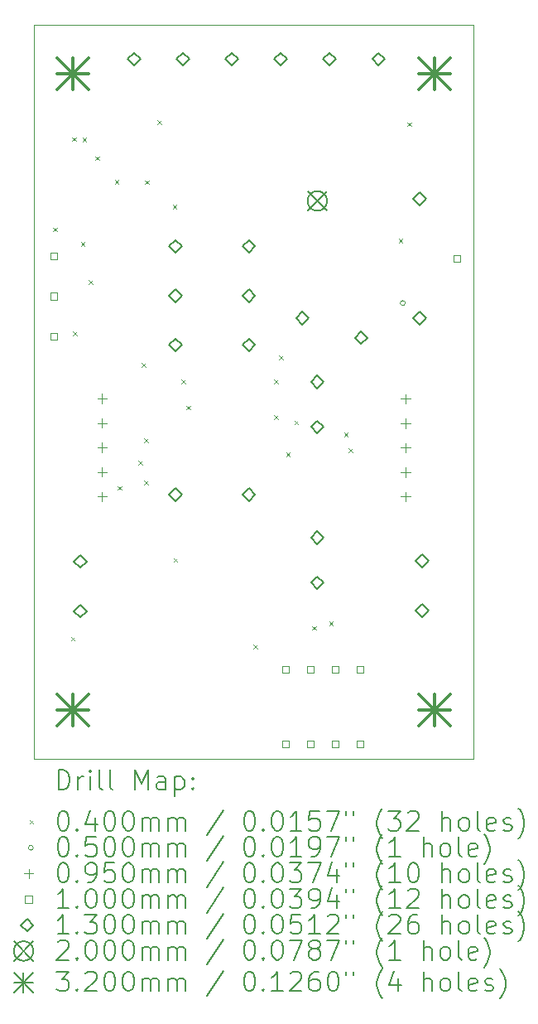
<source format=gbr>
%FSLAX45Y45*%
G04 Gerber Fmt 4.5, Leading zero omitted, Abs format (unit mm)*
G04 Created by KiCad (PCBNEW (6.0.5)) date 2023-02-27 22:37:32*
%MOMM*%
%LPD*%
G01*
G04 APERTURE LIST*
%TA.AperFunction,Profile*%
%ADD10C,0.100000*%
%TD*%
%ADD11C,0.200000*%
%ADD12C,0.040000*%
%ADD13C,0.050000*%
%ADD14C,0.095000*%
%ADD15C,0.100000*%
%ADD16C,0.130000*%
%ADD17C,0.320000*%
G04 APERTURE END LIST*
D10*
X13000000Y-14400000D02*
X17500000Y-14400000D01*
X13000000Y-14400000D02*
X13000000Y-6900000D01*
X17500000Y-14400000D02*
X17500000Y-6900000D01*
X13000000Y-6900000D02*
X17500000Y-6900000D01*
D11*
D12*
X13194610Y-8970890D02*
X13234610Y-9010890D01*
X13234610Y-8970890D02*
X13194610Y-9010890D01*
X13380000Y-13155000D02*
X13420000Y-13195000D01*
X13420000Y-13155000D02*
X13380000Y-13195000D01*
X13391200Y-8049580D02*
X13431200Y-8089580D01*
X13431200Y-8049580D02*
X13391200Y-8089580D01*
X13401360Y-10035860D02*
X13441360Y-10075860D01*
X13441360Y-10035860D02*
X13401360Y-10075860D01*
X13480100Y-9121460D02*
X13520100Y-9161460D01*
X13520100Y-9121460D02*
X13480100Y-9161460D01*
X13496505Y-8052677D02*
X13536505Y-8092677D01*
X13536505Y-8052677D02*
X13496505Y-8092677D01*
X13563920Y-9507540D02*
X13603920Y-9547540D01*
X13603920Y-9507540D02*
X13563920Y-9547540D01*
X13629960Y-8242620D02*
X13669960Y-8282620D01*
X13669960Y-8242620D02*
X13629960Y-8282620D01*
X13828080Y-8483920D02*
X13868080Y-8523920D01*
X13868080Y-8483920D02*
X13828080Y-8523920D01*
X13856020Y-11613450D02*
X13896020Y-11653450D01*
X13896020Y-11613450D02*
X13856020Y-11653450D01*
X14066840Y-11352650D02*
X14106840Y-11392650D01*
X14106840Y-11352650D02*
X14066840Y-11392650D01*
X14104940Y-10356885D02*
X14144940Y-10396885D01*
X14144940Y-10356885D02*
X14104940Y-10396885D01*
X14125260Y-11128060D02*
X14165260Y-11168060D01*
X14165260Y-11128060D02*
X14125260Y-11168060D01*
X14125260Y-11557320D02*
X14165260Y-11597320D01*
X14165260Y-11557320D02*
X14125260Y-11597320D01*
X14137960Y-8489000D02*
X14177960Y-8529000D01*
X14177960Y-8489000D02*
X14137960Y-8529000D01*
X14264960Y-7876860D02*
X14304960Y-7916860D01*
X14304960Y-7876860D02*
X14264960Y-7916860D01*
X14419900Y-8740460D02*
X14459900Y-8780460D01*
X14459900Y-8740460D02*
X14419900Y-8780460D01*
X14430000Y-12349740D02*
X14470000Y-12389740D01*
X14470000Y-12349740D02*
X14430000Y-12389740D01*
X14506260Y-10527400D02*
X14546260Y-10567400D01*
X14546260Y-10527400D02*
X14506260Y-10567400D01*
X14562140Y-10792780D02*
X14602140Y-10832780D01*
X14602140Y-10792780D02*
X14562140Y-10832780D01*
X15246019Y-13232089D02*
X15286019Y-13272089D01*
X15286019Y-13232089D02*
X15246019Y-13272089D01*
X15458760Y-10527130D02*
X15498760Y-10567130D01*
X15498760Y-10527130D02*
X15458760Y-10567130D01*
X15458760Y-10891840D02*
X15498760Y-10931840D01*
X15498760Y-10891840D02*
X15458760Y-10931840D01*
X15505759Y-10279520D02*
X15545759Y-10319520D01*
X15545759Y-10279520D02*
X15505759Y-10319520D01*
X15581342Y-11267098D02*
X15621342Y-11307098D01*
X15621342Y-11267098D02*
X15581342Y-11307098D01*
X15664650Y-10945180D02*
X15704650Y-10985180D01*
X15704650Y-10945180D02*
X15664650Y-10985180D01*
X15849258Y-13044650D02*
X15889258Y-13084650D01*
X15889258Y-13044650D02*
X15849258Y-13084650D01*
X16020100Y-12997500D02*
X16060100Y-13037500D01*
X16060100Y-12997500D02*
X16020100Y-13037500D01*
X16172500Y-11064560D02*
X16212500Y-11104560D01*
X16212500Y-11064560D02*
X16172500Y-11104560D01*
X16220211Y-11230050D02*
X16260211Y-11270050D01*
X16260211Y-11230050D02*
X16220211Y-11270050D01*
X16731300Y-9085900D02*
X16771300Y-9125900D01*
X16771300Y-9085900D02*
X16731300Y-9125900D01*
X16820200Y-7897180D02*
X16860200Y-7937180D01*
X16860200Y-7897180D02*
X16820200Y-7937180D01*
D13*
X16799160Y-9743350D02*
G75*
G03*
X16799160Y-9743350I-25000J0D01*
G01*
D14*
X13698220Y-10671300D02*
X13698220Y-10766300D01*
X13650720Y-10718800D02*
X13745720Y-10718800D01*
X13698220Y-10921300D02*
X13698220Y-11016300D01*
X13650720Y-10968800D02*
X13745720Y-10968800D01*
X13698220Y-11171300D02*
X13698220Y-11266300D01*
X13650720Y-11218800D02*
X13745720Y-11218800D01*
X13698220Y-11421300D02*
X13698220Y-11516300D01*
X13650720Y-11468800D02*
X13745720Y-11468800D01*
X13698220Y-11671300D02*
X13698220Y-11766300D01*
X13650720Y-11718800D02*
X13745720Y-11718800D01*
X16802520Y-10674220D02*
X16802520Y-10769220D01*
X16755020Y-10721720D02*
X16850020Y-10721720D01*
X16802520Y-10924220D02*
X16802520Y-11019220D01*
X16755020Y-10971720D02*
X16850020Y-10971720D01*
X16802520Y-11174220D02*
X16802520Y-11269220D01*
X16755020Y-11221720D02*
X16850020Y-11221720D01*
X16802520Y-11424220D02*
X16802520Y-11519220D01*
X16755020Y-11471720D02*
X16850020Y-11471720D01*
X16802520Y-11674220D02*
X16802520Y-11769220D01*
X16755020Y-11721720D02*
X16850020Y-11721720D01*
D15*
X13238276Y-10116616D02*
X13238276Y-10045904D01*
X13167564Y-10045904D01*
X13167564Y-10116616D01*
X13238276Y-10116616D01*
X13240816Y-9296196D02*
X13240816Y-9225484D01*
X13170104Y-9225484D01*
X13170104Y-9296196D01*
X13240816Y-9296196D01*
X13240816Y-9707676D02*
X13240816Y-9636964D01*
X13170104Y-9636964D01*
X13170104Y-9707676D01*
X13240816Y-9707676D01*
X15610636Y-13520216D02*
X15610636Y-13449504D01*
X15539924Y-13449504D01*
X15539924Y-13520216D01*
X15610636Y-13520216D01*
X15610636Y-14282216D02*
X15610636Y-14211504D01*
X15539924Y-14211504D01*
X15539924Y-14282216D01*
X15610636Y-14282216D01*
X15864636Y-13520216D02*
X15864636Y-13449504D01*
X15793924Y-13449504D01*
X15793924Y-13520216D01*
X15864636Y-13520216D01*
X15864636Y-14282216D02*
X15864636Y-14211504D01*
X15793924Y-14211504D01*
X15793924Y-14282216D01*
X15864636Y-14282216D01*
X16118636Y-13520216D02*
X16118636Y-13449504D01*
X16047924Y-13449504D01*
X16047924Y-13520216D01*
X16118636Y-13520216D01*
X16118636Y-14282216D02*
X16118636Y-14211504D01*
X16047924Y-14211504D01*
X16047924Y-14282216D01*
X16118636Y-14282216D01*
X16372636Y-13520216D02*
X16372636Y-13449504D01*
X16301924Y-13449504D01*
X16301924Y-13520216D01*
X16372636Y-13520216D01*
X16372636Y-14282216D02*
X16372636Y-14211504D01*
X16301924Y-14211504D01*
X16301924Y-14282216D01*
X16372636Y-14282216D01*
X17363236Y-9324136D02*
X17363236Y-9253424D01*
X17292524Y-9253424D01*
X17292524Y-9324136D01*
X17363236Y-9324136D01*
D16*
X13474700Y-12447500D02*
X13539700Y-12382500D01*
X13474700Y-12317500D01*
X13409700Y-12382500D01*
X13474700Y-12447500D01*
X13474700Y-12955500D02*
X13539700Y-12890500D01*
X13474700Y-12825500D01*
X13409700Y-12890500D01*
X13474700Y-12955500D01*
X14025000Y-7315000D02*
X14090000Y-7250000D01*
X14025000Y-7185000D01*
X13960000Y-7250000D01*
X14025000Y-7315000D01*
X14450000Y-9229000D02*
X14515000Y-9164000D01*
X14450000Y-9099000D01*
X14385000Y-9164000D01*
X14450000Y-9229000D01*
X14450000Y-9733000D02*
X14515000Y-9668000D01*
X14450000Y-9603000D01*
X14385000Y-9668000D01*
X14450000Y-9733000D01*
X14450000Y-10237000D02*
X14515000Y-10172000D01*
X14450000Y-10107000D01*
X14385000Y-10172000D01*
X14450000Y-10237000D01*
X14450000Y-11765000D02*
X14515000Y-11700000D01*
X14450000Y-11635000D01*
X14385000Y-11700000D01*
X14450000Y-11765000D01*
X14525000Y-7315000D02*
X14590000Y-7250000D01*
X14525000Y-7185000D01*
X14460000Y-7250000D01*
X14525000Y-7315000D01*
X15025000Y-7315000D02*
X15090000Y-7250000D01*
X15025000Y-7185000D01*
X14960000Y-7250000D01*
X15025000Y-7315000D01*
X15200000Y-9229000D02*
X15265000Y-9164000D01*
X15200000Y-9099000D01*
X15135000Y-9164000D01*
X15200000Y-9229000D01*
X15200000Y-9733000D02*
X15265000Y-9668000D01*
X15200000Y-9603000D01*
X15135000Y-9668000D01*
X15200000Y-9733000D01*
X15200000Y-10237000D02*
X15265000Y-10172000D01*
X15200000Y-10107000D01*
X15135000Y-10172000D01*
X15200000Y-10237000D01*
X15200000Y-11765000D02*
X15265000Y-11700000D01*
X15200000Y-11635000D01*
X15135000Y-11700000D01*
X15200000Y-11765000D01*
X15525000Y-7315000D02*
X15590000Y-7250000D01*
X15525000Y-7185000D01*
X15460000Y-7250000D01*
X15525000Y-7315000D01*
X15746940Y-9962820D02*
X15811940Y-9897820D01*
X15746940Y-9832820D01*
X15681940Y-9897820D01*
X15746940Y-9962820D01*
X15900000Y-10615000D02*
X15965000Y-10550000D01*
X15900000Y-10485000D01*
X15835000Y-10550000D01*
X15900000Y-10615000D01*
X15900000Y-11075000D02*
X15965000Y-11010000D01*
X15900000Y-10945000D01*
X15835000Y-11010000D01*
X15900000Y-11075000D01*
X15900000Y-12205000D02*
X15965000Y-12140000D01*
X15900000Y-12075000D01*
X15835000Y-12140000D01*
X15900000Y-12205000D01*
X15900000Y-12665000D02*
X15965000Y-12600000D01*
X15900000Y-12535000D01*
X15835000Y-12600000D01*
X15900000Y-12665000D01*
X16025000Y-7315000D02*
X16090000Y-7250000D01*
X16025000Y-7185000D01*
X15960000Y-7250000D01*
X16025000Y-7315000D01*
X16346940Y-10162820D02*
X16411940Y-10097820D01*
X16346940Y-10032820D01*
X16281940Y-10097820D01*
X16346940Y-10162820D01*
X16525000Y-7315000D02*
X16590000Y-7250000D01*
X16525000Y-7185000D01*
X16460000Y-7250000D01*
X16525000Y-7315000D01*
X16946940Y-8742820D02*
X17011940Y-8677820D01*
X16946940Y-8612820D01*
X16881940Y-8677820D01*
X16946940Y-8742820D01*
X16946940Y-9962820D02*
X17011940Y-9897820D01*
X16946940Y-9832820D01*
X16881940Y-9897820D01*
X16946940Y-9962820D01*
X16972300Y-12442920D02*
X17037300Y-12377920D01*
X16972300Y-12312920D01*
X16907300Y-12377920D01*
X16972300Y-12442920D01*
X16972300Y-12950920D02*
X17037300Y-12885920D01*
X16972300Y-12820920D01*
X16907300Y-12885920D01*
X16972300Y-12950920D01*
D11*
X15800000Y-8600000D02*
X16000000Y-8800000D01*
X16000000Y-8600000D02*
X15800000Y-8800000D01*
X16000000Y-8700000D02*
G75*
G03*
X16000000Y-8700000I-100000J0D01*
G01*
D17*
X13240000Y-7240000D02*
X13560000Y-7560000D01*
X13560000Y-7240000D02*
X13240000Y-7560000D01*
X13400000Y-7240000D02*
X13400000Y-7560000D01*
X13240000Y-7400000D02*
X13560000Y-7400000D01*
X13240000Y-13740000D02*
X13560000Y-14060000D01*
X13560000Y-13740000D02*
X13240000Y-14060000D01*
X13400000Y-13740000D02*
X13400000Y-14060000D01*
X13240000Y-13900000D02*
X13560000Y-13900000D01*
X16940000Y-7240000D02*
X17260000Y-7560000D01*
X17260000Y-7240000D02*
X16940000Y-7560000D01*
X17100000Y-7240000D02*
X17100000Y-7560000D01*
X16940000Y-7400000D02*
X17260000Y-7400000D01*
X16940000Y-13740000D02*
X17260000Y-14060000D01*
X17260000Y-13740000D02*
X16940000Y-14060000D01*
X17100000Y-13740000D02*
X17100000Y-14060000D01*
X16940000Y-13900000D02*
X17260000Y-13900000D01*
D11*
X13252619Y-14715476D02*
X13252619Y-14515476D01*
X13300238Y-14515476D01*
X13328809Y-14525000D01*
X13347857Y-14544048D01*
X13357381Y-14563095D01*
X13366905Y-14601190D01*
X13366905Y-14629762D01*
X13357381Y-14667857D01*
X13347857Y-14686905D01*
X13328809Y-14705952D01*
X13300238Y-14715476D01*
X13252619Y-14715476D01*
X13452619Y-14715476D02*
X13452619Y-14582143D01*
X13452619Y-14620238D02*
X13462143Y-14601190D01*
X13471667Y-14591667D01*
X13490714Y-14582143D01*
X13509762Y-14582143D01*
X13576428Y-14715476D02*
X13576428Y-14582143D01*
X13576428Y-14515476D02*
X13566905Y-14525000D01*
X13576428Y-14534524D01*
X13585952Y-14525000D01*
X13576428Y-14515476D01*
X13576428Y-14534524D01*
X13700238Y-14715476D02*
X13681190Y-14705952D01*
X13671667Y-14686905D01*
X13671667Y-14515476D01*
X13805000Y-14715476D02*
X13785952Y-14705952D01*
X13776428Y-14686905D01*
X13776428Y-14515476D01*
X14033571Y-14715476D02*
X14033571Y-14515476D01*
X14100238Y-14658333D01*
X14166905Y-14515476D01*
X14166905Y-14715476D01*
X14347857Y-14715476D02*
X14347857Y-14610714D01*
X14338333Y-14591667D01*
X14319286Y-14582143D01*
X14281190Y-14582143D01*
X14262143Y-14591667D01*
X14347857Y-14705952D02*
X14328809Y-14715476D01*
X14281190Y-14715476D01*
X14262143Y-14705952D01*
X14252619Y-14686905D01*
X14252619Y-14667857D01*
X14262143Y-14648809D01*
X14281190Y-14639286D01*
X14328809Y-14639286D01*
X14347857Y-14629762D01*
X14443095Y-14582143D02*
X14443095Y-14782143D01*
X14443095Y-14591667D02*
X14462143Y-14582143D01*
X14500238Y-14582143D01*
X14519286Y-14591667D01*
X14528809Y-14601190D01*
X14538333Y-14620238D01*
X14538333Y-14677381D01*
X14528809Y-14696428D01*
X14519286Y-14705952D01*
X14500238Y-14715476D01*
X14462143Y-14715476D01*
X14443095Y-14705952D01*
X14624048Y-14696428D02*
X14633571Y-14705952D01*
X14624048Y-14715476D01*
X14614524Y-14705952D01*
X14624048Y-14696428D01*
X14624048Y-14715476D01*
X14624048Y-14591667D02*
X14633571Y-14601190D01*
X14624048Y-14610714D01*
X14614524Y-14601190D01*
X14624048Y-14591667D01*
X14624048Y-14610714D01*
D12*
X12955000Y-15025000D02*
X12995000Y-15065000D01*
X12995000Y-15025000D02*
X12955000Y-15065000D01*
D11*
X13290714Y-14935476D02*
X13309762Y-14935476D01*
X13328809Y-14945000D01*
X13338333Y-14954524D01*
X13347857Y-14973571D01*
X13357381Y-15011667D01*
X13357381Y-15059286D01*
X13347857Y-15097381D01*
X13338333Y-15116428D01*
X13328809Y-15125952D01*
X13309762Y-15135476D01*
X13290714Y-15135476D01*
X13271667Y-15125952D01*
X13262143Y-15116428D01*
X13252619Y-15097381D01*
X13243095Y-15059286D01*
X13243095Y-15011667D01*
X13252619Y-14973571D01*
X13262143Y-14954524D01*
X13271667Y-14945000D01*
X13290714Y-14935476D01*
X13443095Y-15116428D02*
X13452619Y-15125952D01*
X13443095Y-15135476D01*
X13433571Y-15125952D01*
X13443095Y-15116428D01*
X13443095Y-15135476D01*
X13624048Y-15002143D02*
X13624048Y-15135476D01*
X13576428Y-14925952D02*
X13528809Y-15068809D01*
X13652619Y-15068809D01*
X13766905Y-14935476D02*
X13785952Y-14935476D01*
X13805000Y-14945000D01*
X13814524Y-14954524D01*
X13824048Y-14973571D01*
X13833571Y-15011667D01*
X13833571Y-15059286D01*
X13824048Y-15097381D01*
X13814524Y-15116428D01*
X13805000Y-15125952D01*
X13785952Y-15135476D01*
X13766905Y-15135476D01*
X13747857Y-15125952D01*
X13738333Y-15116428D01*
X13728809Y-15097381D01*
X13719286Y-15059286D01*
X13719286Y-15011667D01*
X13728809Y-14973571D01*
X13738333Y-14954524D01*
X13747857Y-14945000D01*
X13766905Y-14935476D01*
X13957381Y-14935476D02*
X13976428Y-14935476D01*
X13995476Y-14945000D01*
X14005000Y-14954524D01*
X14014524Y-14973571D01*
X14024048Y-15011667D01*
X14024048Y-15059286D01*
X14014524Y-15097381D01*
X14005000Y-15116428D01*
X13995476Y-15125952D01*
X13976428Y-15135476D01*
X13957381Y-15135476D01*
X13938333Y-15125952D01*
X13928809Y-15116428D01*
X13919286Y-15097381D01*
X13909762Y-15059286D01*
X13909762Y-15011667D01*
X13919286Y-14973571D01*
X13928809Y-14954524D01*
X13938333Y-14945000D01*
X13957381Y-14935476D01*
X14109762Y-15135476D02*
X14109762Y-15002143D01*
X14109762Y-15021190D02*
X14119286Y-15011667D01*
X14138333Y-15002143D01*
X14166905Y-15002143D01*
X14185952Y-15011667D01*
X14195476Y-15030714D01*
X14195476Y-15135476D01*
X14195476Y-15030714D02*
X14205000Y-15011667D01*
X14224048Y-15002143D01*
X14252619Y-15002143D01*
X14271667Y-15011667D01*
X14281190Y-15030714D01*
X14281190Y-15135476D01*
X14376428Y-15135476D02*
X14376428Y-15002143D01*
X14376428Y-15021190D02*
X14385952Y-15011667D01*
X14405000Y-15002143D01*
X14433571Y-15002143D01*
X14452619Y-15011667D01*
X14462143Y-15030714D01*
X14462143Y-15135476D01*
X14462143Y-15030714D02*
X14471667Y-15011667D01*
X14490714Y-15002143D01*
X14519286Y-15002143D01*
X14538333Y-15011667D01*
X14547857Y-15030714D01*
X14547857Y-15135476D01*
X14938333Y-14925952D02*
X14766905Y-15183095D01*
X15195476Y-14935476D02*
X15214524Y-14935476D01*
X15233571Y-14945000D01*
X15243095Y-14954524D01*
X15252619Y-14973571D01*
X15262143Y-15011667D01*
X15262143Y-15059286D01*
X15252619Y-15097381D01*
X15243095Y-15116428D01*
X15233571Y-15125952D01*
X15214524Y-15135476D01*
X15195476Y-15135476D01*
X15176428Y-15125952D01*
X15166905Y-15116428D01*
X15157381Y-15097381D01*
X15147857Y-15059286D01*
X15147857Y-15011667D01*
X15157381Y-14973571D01*
X15166905Y-14954524D01*
X15176428Y-14945000D01*
X15195476Y-14935476D01*
X15347857Y-15116428D02*
X15357381Y-15125952D01*
X15347857Y-15135476D01*
X15338333Y-15125952D01*
X15347857Y-15116428D01*
X15347857Y-15135476D01*
X15481190Y-14935476D02*
X15500238Y-14935476D01*
X15519286Y-14945000D01*
X15528809Y-14954524D01*
X15538333Y-14973571D01*
X15547857Y-15011667D01*
X15547857Y-15059286D01*
X15538333Y-15097381D01*
X15528809Y-15116428D01*
X15519286Y-15125952D01*
X15500238Y-15135476D01*
X15481190Y-15135476D01*
X15462143Y-15125952D01*
X15452619Y-15116428D01*
X15443095Y-15097381D01*
X15433571Y-15059286D01*
X15433571Y-15011667D01*
X15443095Y-14973571D01*
X15452619Y-14954524D01*
X15462143Y-14945000D01*
X15481190Y-14935476D01*
X15738333Y-15135476D02*
X15624048Y-15135476D01*
X15681190Y-15135476D02*
X15681190Y-14935476D01*
X15662143Y-14964048D01*
X15643095Y-14983095D01*
X15624048Y-14992619D01*
X15919286Y-14935476D02*
X15824048Y-14935476D01*
X15814524Y-15030714D01*
X15824048Y-15021190D01*
X15843095Y-15011667D01*
X15890714Y-15011667D01*
X15909762Y-15021190D01*
X15919286Y-15030714D01*
X15928809Y-15049762D01*
X15928809Y-15097381D01*
X15919286Y-15116428D01*
X15909762Y-15125952D01*
X15890714Y-15135476D01*
X15843095Y-15135476D01*
X15824048Y-15125952D01*
X15814524Y-15116428D01*
X15995476Y-14935476D02*
X16128809Y-14935476D01*
X16043095Y-15135476D01*
X16195476Y-14935476D02*
X16195476Y-14973571D01*
X16271667Y-14935476D02*
X16271667Y-14973571D01*
X16566905Y-15211667D02*
X16557381Y-15202143D01*
X16538333Y-15173571D01*
X16528809Y-15154524D01*
X16519286Y-15125952D01*
X16509762Y-15078333D01*
X16509762Y-15040238D01*
X16519286Y-14992619D01*
X16528809Y-14964048D01*
X16538333Y-14945000D01*
X16557381Y-14916428D01*
X16566905Y-14906905D01*
X16624048Y-14935476D02*
X16747857Y-14935476D01*
X16681190Y-15011667D01*
X16709762Y-15011667D01*
X16728809Y-15021190D01*
X16738333Y-15030714D01*
X16747857Y-15049762D01*
X16747857Y-15097381D01*
X16738333Y-15116428D01*
X16728809Y-15125952D01*
X16709762Y-15135476D01*
X16652619Y-15135476D01*
X16633571Y-15125952D01*
X16624048Y-15116428D01*
X16824048Y-14954524D02*
X16833571Y-14945000D01*
X16852619Y-14935476D01*
X16900238Y-14935476D01*
X16919286Y-14945000D01*
X16928810Y-14954524D01*
X16938333Y-14973571D01*
X16938333Y-14992619D01*
X16928810Y-15021190D01*
X16814524Y-15135476D01*
X16938333Y-15135476D01*
X17176429Y-15135476D02*
X17176429Y-14935476D01*
X17262143Y-15135476D02*
X17262143Y-15030714D01*
X17252619Y-15011667D01*
X17233571Y-15002143D01*
X17205000Y-15002143D01*
X17185952Y-15011667D01*
X17176429Y-15021190D01*
X17385952Y-15135476D02*
X17366905Y-15125952D01*
X17357381Y-15116428D01*
X17347857Y-15097381D01*
X17347857Y-15040238D01*
X17357381Y-15021190D01*
X17366905Y-15011667D01*
X17385952Y-15002143D01*
X17414524Y-15002143D01*
X17433571Y-15011667D01*
X17443095Y-15021190D01*
X17452619Y-15040238D01*
X17452619Y-15097381D01*
X17443095Y-15116428D01*
X17433571Y-15125952D01*
X17414524Y-15135476D01*
X17385952Y-15135476D01*
X17566905Y-15135476D02*
X17547857Y-15125952D01*
X17538333Y-15106905D01*
X17538333Y-14935476D01*
X17719286Y-15125952D02*
X17700238Y-15135476D01*
X17662143Y-15135476D01*
X17643095Y-15125952D01*
X17633571Y-15106905D01*
X17633571Y-15030714D01*
X17643095Y-15011667D01*
X17662143Y-15002143D01*
X17700238Y-15002143D01*
X17719286Y-15011667D01*
X17728810Y-15030714D01*
X17728810Y-15049762D01*
X17633571Y-15068809D01*
X17805000Y-15125952D02*
X17824048Y-15135476D01*
X17862143Y-15135476D01*
X17881190Y-15125952D01*
X17890714Y-15106905D01*
X17890714Y-15097381D01*
X17881190Y-15078333D01*
X17862143Y-15068809D01*
X17833571Y-15068809D01*
X17814524Y-15059286D01*
X17805000Y-15040238D01*
X17805000Y-15030714D01*
X17814524Y-15011667D01*
X17833571Y-15002143D01*
X17862143Y-15002143D01*
X17881190Y-15011667D01*
X17957381Y-15211667D02*
X17966905Y-15202143D01*
X17985952Y-15173571D01*
X17995476Y-15154524D01*
X18005000Y-15125952D01*
X18014524Y-15078333D01*
X18014524Y-15040238D01*
X18005000Y-14992619D01*
X17995476Y-14964048D01*
X17985952Y-14945000D01*
X17966905Y-14916428D01*
X17957381Y-14906905D01*
D13*
X12995000Y-15309000D02*
G75*
G03*
X12995000Y-15309000I-25000J0D01*
G01*
D11*
X13290714Y-15199476D02*
X13309762Y-15199476D01*
X13328809Y-15209000D01*
X13338333Y-15218524D01*
X13347857Y-15237571D01*
X13357381Y-15275667D01*
X13357381Y-15323286D01*
X13347857Y-15361381D01*
X13338333Y-15380428D01*
X13328809Y-15389952D01*
X13309762Y-15399476D01*
X13290714Y-15399476D01*
X13271667Y-15389952D01*
X13262143Y-15380428D01*
X13252619Y-15361381D01*
X13243095Y-15323286D01*
X13243095Y-15275667D01*
X13252619Y-15237571D01*
X13262143Y-15218524D01*
X13271667Y-15209000D01*
X13290714Y-15199476D01*
X13443095Y-15380428D02*
X13452619Y-15389952D01*
X13443095Y-15399476D01*
X13433571Y-15389952D01*
X13443095Y-15380428D01*
X13443095Y-15399476D01*
X13633571Y-15199476D02*
X13538333Y-15199476D01*
X13528809Y-15294714D01*
X13538333Y-15285190D01*
X13557381Y-15275667D01*
X13605000Y-15275667D01*
X13624048Y-15285190D01*
X13633571Y-15294714D01*
X13643095Y-15313762D01*
X13643095Y-15361381D01*
X13633571Y-15380428D01*
X13624048Y-15389952D01*
X13605000Y-15399476D01*
X13557381Y-15399476D01*
X13538333Y-15389952D01*
X13528809Y-15380428D01*
X13766905Y-15199476D02*
X13785952Y-15199476D01*
X13805000Y-15209000D01*
X13814524Y-15218524D01*
X13824048Y-15237571D01*
X13833571Y-15275667D01*
X13833571Y-15323286D01*
X13824048Y-15361381D01*
X13814524Y-15380428D01*
X13805000Y-15389952D01*
X13785952Y-15399476D01*
X13766905Y-15399476D01*
X13747857Y-15389952D01*
X13738333Y-15380428D01*
X13728809Y-15361381D01*
X13719286Y-15323286D01*
X13719286Y-15275667D01*
X13728809Y-15237571D01*
X13738333Y-15218524D01*
X13747857Y-15209000D01*
X13766905Y-15199476D01*
X13957381Y-15199476D02*
X13976428Y-15199476D01*
X13995476Y-15209000D01*
X14005000Y-15218524D01*
X14014524Y-15237571D01*
X14024048Y-15275667D01*
X14024048Y-15323286D01*
X14014524Y-15361381D01*
X14005000Y-15380428D01*
X13995476Y-15389952D01*
X13976428Y-15399476D01*
X13957381Y-15399476D01*
X13938333Y-15389952D01*
X13928809Y-15380428D01*
X13919286Y-15361381D01*
X13909762Y-15323286D01*
X13909762Y-15275667D01*
X13919286Y-15237571D01*
X13928809Y-15218524D01*
X13938333Y-15209000D01*
X13957381Y-15199476D01*
X14109762Y-15399476D02*
X14109762Y-15266143D01*
X14109762Y-15285190D02*
X14119286Y-15275667D01*
X14138333Y-15266143D01*
X14166905Y-15266143D01*
X14185952Y-15275667D01*
X14195476Y-15294714D01*
X14195476Y-15399476D01*
X14195476Y-15294714D02*
X14205000Y-15275667D01*
X14224048Y-15266143D01*
X14252619Y-15266143D01*
X14271667Y-15275667D01*
X14281190Y-15294714D01*
X14281190Y-15399476D01*
X14376428Y-15399476D02*
X14376428Y-15266143D01*
X14376428Y-15285190D02*
X14385952Y-15275667D01*
X14405000Y-15266143D01*
X14433571Y-15266143D01*
X14452619Y-15275667D01*
X14462143Y-15294714D01*
X14462143Y-15399476D01*
X14462143Y-15294714D02*
X14471667Y-15275667D01*
X14490714Y-15266143D01*
X14519286Y-15266143D01*
X14538333Y-15275667D01*
X14547857Y-15294714D01*
X14547857Y-15399476D01*
X14938333Y-15189952D02*
X14766905Y-15447095D01*
X15195476Y-15199476D02*
X15214524Y-15199476D01*
X15233571Y-15209000D01*
X15243095Y-15218524D01*
X15252619Y-15237571D01*
X15262143Y-15275667D01*
X15262143Y-15323286D01*
X15252619Y-15361381D01*
X15243095Y-15380428D01*
X15233571Y-15389952D01*
X15214524Y-15399476D01*
X15195476Y-15399476D01*
X15176428Y-15389952D01*
X15166905Y-15380428D01*
X15157381Y-15361381D01*
X15147857Y-15323286D01*
X15147857Y-15275667D01*
X15157381Y-15237571D01*
X15166905Y-15218524D01*
X15176428Y-15209000D01*
X15195476Y-15199476D01*
X15347857Y-15380428D02*
X15357381Y-15389952D01*
X15347857Y-15399476D01*
X15338333Y-15389952D01*
X15347857Y-15380428D01*
X15347857Y-15399476D01*
X15481190Y-15199476D02*
X15500238Y-15199476D01*
X15519286Y-15209000D01*
X15528809Y-15218524D01*
X15538333Y-15237571D01*
X15547857Y-15275667D01*
X15547857Y-15323286D01*
X15538333Y-15361381D01*
X15528809Y-15380428D01*
X15519286Y-15389952D01*
X15500238Y-15399476D01*
X15481190Y-15399476D01*
X15462143Y-15389952D01*
X15452619Y-15380428D01*
X15443095Y-15361381D01*
X15433571Y-15323286D01*
X15433571Y-15275667D01*
X15443095Y-15237571D01*
X15452619Y-15218524D01*
X15462143Y-15209000D01*
X15481190Y-15199476D01*
X15738333Y-15399476D02*
X15624048Y-15399476D01*
X15681190Y-15399476D02*
X15681190Y-15199476D01*
X15662143Y-15228048D01*
X15643095Y-15247095D01*
X15624048Y-15256619D01*
X15833571Y-15399476D02*
X15871667Y-15399476D01*
X15890714Y-15389952D01*
X15900238Y-15380428D01*
X15919286Y-15351857D01*
X15928809Y-15313762D01*
X15928809Y-15237571D01*
X15919286Y-15218524D01*
X15909762Y-15209000D01*
X15890714Y-15199476D01*
X15852619Y-15199476D01*
X15833571Y-15209000D01*
X15824048Y-15218524D01*
X15814524Y-15237571D01*
X15814524Y-15285190D01*
X15824048Y-15304238D01*
X15833571Y-15313762D01*
X15852619Y-15323286D01*
X15890714Y-15323286D01*
X15909762Y-15313762D01*
X15919286Y-15304238D01*
X15928809Y-15285190D01*
X15995476Y-15199476D02*
X16128809Y-15199476D01*
X16043095Y-15399476D01*
X16195476Y-15199476D02*
X16195476Y-15237571D01*
X16271667Y-15199476D02*
X16271667Y-15237571D01*
X16566905Y-15475667D02*
X16557381Y-15466143D01*
X16538333Y-15437571D01*
X16528809Y-15418524D01*
X16519286Y-15389952D01*
X16509762Y-15342333D01*
X16509762Y-15304238D01*
X16519286Y-15256619D01*
X16528809Y-15228048D01*
X16538333Y-15209000D01*
X16557381Y-15180428D01*
X16566905Y-15170905D01*
X16747857Y-15399476D02*
X16633571Y-15399476D01*
X16690714Y-15399476D02*
X16690714Y-15199476D01*
X16671667Y-15228048D01*
X16652619Y-15247095D01*
X16633571Y-15256619D01*
X16985952Y-15399476D02*
X16985952Y-15199476D01*
X17071667Y-15399476D02*
X17071667Y-15294714D01*
X17062143Y-15275667D01*
X17043095Y-15266143D01*
X17014524Y-15266143D01*
X16995476Y-15275667D01*
X16985952Y-15285190D01*
X17195476Y-15399476D02*
X17176429Y-15389952D01*
X17166905Y-15380428D01*
X17157381Y-15361381D01*
X17157381Y-15304238D01*
X17166905Y-15285190D01*
X17176429Y-15275667D01*
X17195476Y-15266143D01*
X17224048Y-15266143D01*
X17243095Y-15275667D01*
X17252619Y-15285190D01*
X17262143Y-15304238D01*
X17262143Y-15361381D01*
X17252619Y-15380428D01*
X17243095Y-15389952D01*
X17224048Y-15399476D01*
X17195476Y-15399476D01*
X17376429Y-15399476D02*
X17357381Y-15389952D01*
X17347857Y-15370905D01*
X17347857Y-15199476D01*
X17528810Y-15389952D02*
X17509762Y-15399476D01*
X17471667Y-15399476D01*
X17452619Y-15389952D01*
X17443095Y-15370905D01*
X17443095Y-15294714D01*
X17452619Y-15275667D01*
X17471667Y-15266143D01*
X17509762Y-15266143D01*
X17528810Y-15275667D01*
X17538333Y-15294714D01*
X17538333Y-15313762D01*
X17443095Y-15332809D01*
X17605000Y-15475667D02*
X17614524Y-15466143D01*
X17633571Y-15437571D01*
X17643095Y-15418524D01*
X17652619Y-15389952D01*
X17662143Y-15342333D01*
X17662143Y-15304238D01*
X17652619Y-15256619D01*
X17643095Y-15228048D01*
X17633571Y-15209000D01*
X17614524Y-15180428D01*
X17605000Y-15170905D01*
D14*
X12947500Y-15525500D02*
X12947500Y-15620500D01*
X12900000Y-15573000D02*
X12995000Y-15573000D01*
D11*
X13290714Y-15463476D02*
X13309762Y-15463476D01*
X13328809Y-15473000D01*
X13338333Y-15482524D01*
X13347857Y-15501571D01*
X13357381Y-15539667D01*
X13357381Y-15587286D01*
X13347857Y-15625381D01*
X13338333Y-15644428D01*
X13328809Y-15653952D01*
X13309762Y-15663476D01*
X13290714Y-15663476D01*
X13271667Y-15653952D01*
X13262143Y-15644428D01*
X13252619Y-15625381D01*
X13243095Y-15587286D01*
X13243095Y-15539667D01*
X13252619Y-15501571D01*
X13262143Y-15482524D01*
X13271667Y-15473000D01*
X13290714Y-15463476D01*
X13443095Y-15644428D02*
X13452619Y-15653952D01*
X13443095Y-15663476D01*
X13433571Y-15653952D01*
X13443095Y-15644428D01*
X13443095Y-15663476D01*
X13547857Y-15663476D02*
X13585952Y-15663476D01*
X13605000Y-15653952D01*
X13614524Y-15644428D01*
X13633571Y-15615857D01*
X13643095Y-15577762D01*
X13643095Y-15501571D01*
X13633571Y-15482524D01*
X13624048Y-15473000D01*
X13605000Y-15463476D01*
X13566905Y-15463476D01*
X13547857Y-15473000D01*
X13538333Y-15482524D01*
X13528809Y-15501571D01*
X13528809Y-15549190D01*
X13538333Y-15568238D01*
X13547857Y-15577762D01*
X13566905Y-15587286D01*
X13605000Y-15587286D01*
X13624048Y-15577762D01*
X13633571Y-15568238D01*
X13643095Y-15549190D01*
X13824048Y-15463476D02*
X13728809Y-15463476D01*
X13719286Y-15558714D01*
X13728809Y-15549190D01*
X13747857Y-15539667D01*
X13795476Y-15539667D01*
X13814524Y-15549190D01*
X13824048Y-15558714D01*
X13833571Y-15577762D01*
X13833571Y-15625381D01*
X13824048Y-15644428D01*
X13814524Y-15653952D01*
X13795476Y-15663476D01*
X13747857Y-15663476D01*
X13728809Y-15653952D01*
X13719286Y-15644428D01*
X13957381Y-15463476D02*
X13976428Y-15463476D01*
X13995476Y-15473000D01*
X14005000Y-15482524D01*
X14014524Y-15501571D01*
X14024048Y-15539667D01*
X14024048Y-15587286D01*
X14014524Y-15625381D01*
X14005000Y-15644428D01*
X13995476Y-15653952D01*
X13976428Y-15663476D01*
X13957381Y-15663476D01*
X13938333Y-15653952D01*
X13928809Y-15644428D01*
X13919286Y-15625381D01*
X13909762Y-15587286D01*
X13909762Y-15539667D01*
X13919286Y-15501571D01*
X13928809Y-15482524D01*
X13938333Y-15473000D01*
X13957381Y-15463476D01*
X14109762Y-15663476D02*
X14109762Y-15530143D01*
X14109762Y-15549190D02*
X14119286Y-15539667D01*
X14138333Y-15530143D01*
X14166905Y-15530143D01*
X14185952Y-15539667D01*
X14195476Y-15558714D01*
X14195476Y-15663476D01*
X14195476Y-15558714D02*
X14205000Y-15539667D01*
X14224048Y-15530143D01*
X14252619Y-15530143D01*
X14271667Y-15539667D01*
X14281190Y-15558714D01*
X14281190Y-15663476D01*
X14376428Y-15663476D02*
X14376428Y-15530143D01*
X14376428Y-15549190D02*
X14385952Y-15539667D01*
X14405000Y-15530143D01*
X14433571Y-15530143D01*
X14452619Y-15539667D01*
X14462143Y-15558714D01*
X14462143Y-15663476D01*
X14462143Y-15558714D02*
X14471667Y-15539667D01*
X14490714Y-15530143D01*
X14519286Y-15530143D01*
X14538333Y-15539667D01*
X14547857Y-15558714D01*
X14547857Y-15663476D01*
X14938333Y-15453952D02*
X14766905Y-15711095D01*
X15195476Y-15463476D02*
X15214524Y-15463476D01*
X15233571Y-15473000D01*
X15243095Y-15482524D01*
X15252619Y-15501571D01*
X15262143Y-15539667D01*
X15262143Y-15587286D01*
X15252619Y-15625381D01*
X15243095Y-15644428D01*
X15233571Y-15653952D01*
X15214524Y-15663476D01*
X15195476Y-15663476D01*
X15176428Y-15653952D01*
X15166905Y-15644428D01*
X15157381Y-15625381D01*
X15147857Y-15587286D01*
X15147857Y-15539667D01*
X15157381Y-15501571D01*
X15166905Y-15482524D01*
X15176428Y-15473000D01*
X15195476Y-15463476D01*
X15347857Y-15644428D02*
X15357381Y-15653952D01*
X15347857Y-15663476D01*
X15338333Y-15653952D01*
X15347857Y-15644428D01*
X15347857Y-15663476D01*
X15481190Y-15463476D02*
X15500238Y-15463476D01*
X15519286Y-15473000D01*
X15528809Y-15482524D01*
X15538333Y-15501571D01*
X15547857Y-15539667D01*
X15547857Y-15587286D01*
X15538333Y-15625381D01*
X15528809Y-15644428D01*
X15519286Y-15653952D01*
X15500238Y-15663476D01*
X15481190Y-15663476D01*
X15462143Y-15653952D01*
X15452619Y-15644428D01*
X15443095Y-15625381D01*
X15433571Y-15587286D01*
X15433571Y-15539667D01*
X15443095Y-15501571D01*
X15452619Y-15482524D01*
X15462143Y-15473000D01*
X15481190Y-15463476D01*
X15614524Y-15463476D02*
X15738333Y-15463476D01*
X15671667Y-15539667D01*
X15700238Y-15539667D01*
X15719286Y-15549190D01*
X15728809Y-15558714D01*
X15738333Y-15577762D01*
X15738333Y-15625381D01*
X15728809Y-15644428D01*
X15719286Y-15653952D01*
X15700238Y-15663476D01*
X15643095Y-15663476D01*
X15624048Y-15653952D01*
X15614524Y-15644428D01*
X15805000Y-15463476D02*
X15938333Y-15463476D01*
X15852619Y-15663476D01*
X16100238Y-15530143D02*
X16100238Y-15663476D01*
X16052619Y-15453952D02*
X16005000Y-15596809D01*
X16128809Y-15596809D01*
X16195476Y-15463476D02*
X16195476Y-15501571D01*
X16271667Y-15463476D02*
X16271667Y-15501571D01*
X16566905Y-15739667D02*
X16557381Y-15730143D01*
X16538333Y-15701571D01*
X16528809Y-15682524D01*
X16519286Y-15653952D01*
X16509762Y-15606333D01*
X16509762Y-15568238D01*
X16519286Y-15520619D01*
X16528809Y-15492048D01*
X16538333Y-15473000D01*
X16557381Y-15444428D01*
X16566905Y-15434905D01*
X16747857Y-15663476D02*
X16633571Y-15663476D01*
X16690714Y-15663476D02*
X16690714Y-15463476D01*
X16671667Y-15492048D01*
X16652619Y-15511095D01*
X16633571Y-15520619D01*
X16871667Y-15463476D02*
X16890714Y-15463476D01*
X16909762Y-15473000D01*
X16919286Y-15482524D01*
X16928810Y-15501571D01*
X16938333Y-15539667D01*
X16938333Y-15587286D01*
X16928810Y-15625381D01*
X16919286Y-15644428D01*
X16909762Y-15653952D01*
X16890714Y-15663476D01*
X16871667Y-15663476D01*
X16852619Y-15653952D01*
X16843095Y-15644428D01*
X16833571Y-15625381D01*
X16824048Y-15587286D01*
X16824048Y-15539667D01*
X16833571Y-15501571D01*
X16843095Y-15482524D01*
X16852619Y-15473000D01*
X16871667Y-15463476D01*
X17176429Y-15663476D02*
X17176429Y-15463476D01*
X17262143Y-15663476D02*
X17262143Y-15558714D01*
X17252619Y-15539667D01*
X17233571Y-15530143D01*
X17205000Y-15530143D01*
X17185952Y-15539667D01*
X17176429Y-15549190D01*
X17385952Y-15663476D02*
X17366905Y-15653952D01*
X17357381Y-15644428D01*
X17347857Y-15625381D01*
X17347857Y-15568238D01*
X17357381Y-15549190D01*
X17366905Y-15539667D01*
X17385952Y-15530143D01*
X17414524Y-15530143D01*
X17433571Y-15539667D01*
X17443095Y-15549190D01*
X17452619Y-15568238D01*
X17452619Y-15625381D01*
X17443095Y-15644428D01*
X17433571Y-15653952D01*
X17414524Y-15663476D01*
X17385952Y-15663476D01*
X17566905Y-15663476D02*
X17547857Y-15653952D01*
X17538333Y-15634905D01*
X17538333Y-15463476D01*
X17719286Y-15653952D02*
X17700238Y-15663476D01*
X17662143Y-15663476D01*
X17643095Y-15653952D01*
X17633571Y-15634905D01*
X17633571Y-15558714D01*
X17643095Y-15539667D01*
X17662143Y-15530143D01*
X17700238Y-15530143D01*
X17719286Y-15539667D01*
X17728810Y-15558714D01*
X17728810Y-15577762D01*
X17633571Y-15596809D01*
X17805000Y-15653952D02*
X17824048Y-15663476D01*
X17862143Y-15663476D01*
X17881190Y-15653952D01*
X17890714Y-15634905D01*
X17890714Y-15625381D01*
X17881190Y-15606333D01*
X17862143Y-15596809D01*
X17833571Y-15596809D01*
X17814524Y-15587286D01*
X17805000Y-15568238D01*
X17805000Y-15558714D01*
X17814524Y-15539667D01*
X17833571Y-15530143D01*
X17862143Y-15530143D01*
X17881190Y-15539667D01*
X17957381Y-15739667D02*
X17966905Y-15730143D01*
X17985952Y-15701571D01*
X17995476Y-15682524D01*
X18005000Y-15653952D01*
X18014524Y-15606333D01*
X18014524Y-15568238D01*
X18005000Y-15520619D01*
X17995476Y-15492048D01*
X17985952Y-15473000D01*
X17966905Y-15444428D01*
X17957381Y-15434905D01*
D15*
X12980356Y-15872356D02*
X12980356Y-15801644D01*
X12909644Y-15801644D01*
X12909644Y-15872356D01*
X12980356Y-15872356D01*
D11*
X13357381Y-15927476D02*
X13243095Y-15927476D01*
X13300238Y-15927476D02*
X13300238Y-15727476D01*
X13281190Y-15756048D01*
X13262143Y-15775095D01*
X13243095Y-15784619D01*
X13443095Y-15908428D02*
X13452619Y-15917952D01*
X13443095Y-15927476D01*
X13433571Y-15917952D01*
X13443095Y-15908428D01*
X13443095Y-15927476D01*
X13576428Y-15727476D02*
X13595476Y-15727476D01*
X13614524Y-15737000D01*
X13624048Y-15746524D01*
X13633571Y-15765571D01*
X13643095Y-15803667D01*
X13643095Y-15851286D01*
X13633571Y-15889381D01*
X13624048Y-15908428D01*
X13614524Y-15917952D01*
X13595476Y-15927476D01*
X13576428Y-15927476D01*
X13557381Y-15917952D01*
X13547857Y-15908428D01*
X13538333Y-15889381D01*
X13528809Y-15851286D01*
X13528809Y-15803667D01*
X13538333Y-15765571D01*
X13547857Y-15746524D01*
X13557381Y-15737000D01*
X13576428Y-15727476D01*
X13766905Y-15727476D02*
X13785952Y-15727476D01*
X13805000Y-15737000D01*
X13814524Y-15746524D01*
X13824048Y-15765571D01*
X13833571Y-15803667D01*
X13833571Y-15851286D01*
X13824048Y-15889381D01*
X13814524Y-15908428D01*
X13805000Y-15917952D01*
X13785952Y-15927476D01*
X13766905Y-15927476D01*
X13747857Y-15917952D01*
X13738333Y-15908428D01*
X13728809Y-15889381D01*
X13719286Y-15851286D01*
X13719286Y-15803667D01*
X13728809Y-15765571D01*
X13738333Y-15746524D01*
X13747857Y-15737000D01*
X13766905Y-15727476D01*
X13957381Y-15727476D02*
X13976428Y-15727476D01*
X13995476Y-15737000D01*
X14005000Y-15746524D01*
X14014524Y-15765571D01*
X14024048Y-15803667D01*
X14024048Y-15851286D01*
X14014524Y-15889381D01*
X14005000Y-15908428D01*
X13995476Y-15917952D01*
X13976428Y-15927476D01*
X13957381Y-15927476D01*
X13938333Y-15917952D01*
X13928809Y-15908428D01*
X13919286Y-15889381D01*
X13909762Y-15851286D01*
X13909762Y-15803667D01*
X13919286Y-15765571D01*
X13928809Y-15746524D01*
X13938333Y-15737000D01*
X13957381Y-15727476D01*
X14109762Y-15927476D02*
X14109762Y-15794143D01*
X14109762Y-15813190D02*
X14119286Y-15803667D01*
X14138333Y-15794143D01*
X14166905Y-15794143D01*
X14185952Y-15803667D01*
X14195476Y-15822714D01*
X14195476Y-15927476D01*
X14195476Y-15822714D02*
X14205000Y-15803667D01*
X14224048Y-15794143D01*
X14252619Y-15794143D01*
X14271667Y-15803667D01*
X14281190Y-15822714D01*
X14281190Y-15927476D01*
X14376428Y-15927476D02*
X14376428Y-15794143D01*
X14376428Y-15813190D02*
X14385952Y-15803667D01*
X14405000Y-15794143D01*
X14433571Y-15794143D01*
X14452619Y-15803667D01*
X14462143Y-15822714D01*
X14462143Y-15927476D01*
X14462143Y-15822714D02*
X14471667Y-15803667D01*
X14490714Y-15794143D01*
X14519286Y-15794143D01*
X14538333Y-15803667D01*
X14547857Y-15822714D01*
X14547857Y-15927476D01*
X14938333Y-15717952D02*
X14766905Y-15975095D01*
X15195476Y-15727476D02*
X15214524Y-15727476D01*
X15233571Y-15737000D01*
X15243095Y-15746524D01*
X15252619Y-15765571D01*
X15262143Y-15803667D01*
X15262143Y-15851286D01*
X15252619Y-15889381D01*
X15243095Y-15908428D01*
X15233571Y-15917952D01*
X15214524Y-15927476D01*
X15195476Y-15927476D01*
X15176428Y-15917952D01*
X15166905Y-15908428D01*
X15157381Y-15889381D01*
X15147857Y-15851286D01*
X15147857Y-15803667D01*
X15157381Y-15765571D01*
X15166905Y-15746524D01*
X15176428Y-15737000D01*
X15195476Y-15727476D01*
X15347857Y-15908428D02*
X15357381Y-15917952D01*
X15347857Y-15927476D01*
X15338333Y-15917952D01*
X15347857Y-15908428D01*
X15347857Y-15927476D01*
X15481190Y-15727476D02*
X15500238Y-15727476D01*
X15519286Y-15737000D01*
X15528809Y-15746524D01*
X15538333Y-15765571D01*
X15547857Y-15803667D01*
X15547857Y-15851286D01*
X15538333Y-15889381D01*
X15528809Y-15908428D01*
X15519286Y-15917952D01*
X15500238Y-15927476D01*
X15481190Y-15927476D01*
X15462143Y-15917952D01*
X15452619Y-15908428D01*
X15443095Y-15889381D01*
X15433571Y-15851286D01*
X15433571Y-15803667D01*
X15443095Y-15765571D01*
X15452619Y-15746524D01*
X15462143Y-15737000D01*
X15481190Y-15727476D01*
X15614524Y-15727476D02*
X15738333Y-15727476D01*
X15671667Y-15803667D01*
X15700238Y-15803667D01*
X15719286Y-15813190D01*
X15728809Y-15822714D01*
X15738333Y-15841762D01*
X15738333Y-15889381D01*
X15728809Y-15908428D01*
X15719286Y-15917952D01*
X15700238Y-15927476D01*
X15643095Y-15927476D01*
X15624048Y-15917952D01*
X15614524Y-15908428D01*
X15833571Y-15927476D02*
X15871667Y-15927476D01*
X15890714Y-15917952D01*
X15900238Y-15908428D01*
X15919286Y-15879857D01*
X15928809Y-15841762D01*
X15928809Y-15765571D01*
X15919286Y-15746524D01*
X15909762Y-15737000D01*
X15890714Y-15727476D01*
X15852619Y-15727476D01*
X15833571Y-15737000D01*
X15824048Y-15746524D01*
X15814524Y-15765571D01*
X15814524Y-15813190D01*
X15824048Y-15832238D01*
X15833571Y-15841762D01*
X15852619Y-15851286D01*
X15890714Y-15851286D01*
X15909762Y-15841762D01*
X15919286Y-15832238D01*
X15928809Y-15813190D01*
X16100238Y-15794143D02*
X16100238Y-15927476D01*
X16052619Y-15717952D02*
X16005000Y-15860809D01*
X16128809Y-15860809D01*
X16195476Y-15727476D02*
X16195476Y-15765571D01*
X16271667Y-15727476D02*
X16271667Y-15765571D01*
X16566905Y-16003667D02*
X16557381Y-15994143D01*
X16538333Y-15965571D01*
X16528809Y-15946524D01*
X16519286Y-15917952D01*
X16509762Y-15870333D01*
X16509762Y-15832238D01*
X16519286Y-15784619D01*
X16528809Y-15756048D01*
X16538333Y-15737000D01*
X16557381Y-15708428D01*
X16566905Y-15698905D01*
X16747857Y-15927476D02*
X16633571Y-15927476D01*
X16690714Y-15927476D02*
X16690714Y-15727476D01*
X16671667Y-15756048D01*
X16652619Y-15775095D01*
X16633571Y-15784619D01*
X16824048Y-15746524D02*
X16833571Y-15737000D01*
X16852619Y-15727476D01*
X16900238Y-15727476D01*
X16919286Y-15737000D01*
X16928810Y-15746524D01*
X16938333Y-15765571D01*
X16938333Y-15784619D01*
X16928810Y-15813190D01*
X16814524Y-15927476D01*
X16938333Y-15927476D01*
X17176429Y-15927476D02*
X17176429Y-15727476D01*
X17262143Y-15927476D02*
X17262143Y-15822714D01*
X17252619Y-15803667D01*
X17233571Y-15794143D01*
X17205000Y-15794143D01*
X17185952Y-15803667D01*
X17176429Y-15813190D01*
X17385952Y-15927476D02*
X17366905Y-15917952D01*
X17357381Y-15908428D01*
X17347857Y-15889381D01*
X17347857Y-15832238D01*
X17357381Y-15813190D01*
X17366905Y-15803667D01*
X17385952Y-15794143D01*
X17414524Y-15794143D01*
X17433571Y-15803667D01*
X17443095Y-15813190D01*
X17452619Y-15832238D01*
X17452619Y-15889381D01*
X17443095Y-15908428D01*
X17433571Y-15917952D01*
X17414524Y-15927476D01*
X17385952Y-15927476D01*
X17566905Y-15927476D02*
X17547857Y-15917952D01*
X17538333Y-15898905D01*
X17538333Y-15727476D01*
X17719286Y-15917952D02*
X17700238Y-15927476D01*
X17662143Y-15927476D01*
X17643095Y-15917952D01*
X17633571Y-15898905D01*
X17633571Y-15822714D01*
X17643095Y-15803667D01*
X17662143Y-15794143D01*
X17700238Y-15794143D01*
X17719286Y-15803667D01*
X17728810Y-15822714D01*
X17728810Y-15841762D01*
X17633571Y-15860809D01*
X17805000Y-15917952D02*
X17824048Y-15927476D01*
X17862143Y-15927476D01*
X17881190Y-15917952D01*
X17890714Y-15898905D01*
X17890714Y-15889381D01*
X17881190Y-15870333D01*
X17862143Y-15860809D01*
X17833571Y-15860809D01*
X17814524Y-15851286D01*
X17805000Y-15832238D01*
X17805000Y-15822714D01*
X17814524Y-15803667D01*
X17833571Y-15794143D01*
X17862143Y-15794143D01*
X17881190Y-15803667D01*
X17957381Y-16003667D02*
X17966905Y-15994143D01*
X17985952Y-15965571D01*
X17995476Y-15946524D01*
X18005000Y-15917952D01*
X18014524Y-15870333D01*
X18014524Y-15832238D01*
X18005000Y-15784619D01*
X17995476Y-15756048D01*
X17985952Y-15737000D01*
X17966905Y-15708428D01*
X17957381Y-15698905D01*
D16*
X12930000Y-16166000D02*
X12995000Y-16101000D01*
X12930000Y-16036000D01*
X12865000Y-16101000D01*
X12930000Y-16166000D01*
D11*
X13357381Y-16191476D02*
X13243095Y-16191476D01*
X13300238Y-16191476D02*
X13300238Y-15991476D01*
X13281190Y-16020048D01*
X13262143Y-16039095D01*
X13243095Y-16048619D01*
X13443095Y-16172428D02*
X13452619Y-16181952D01*
X13443095Y-16191476D01*
X13433571Y-16181952D01*
X13443095Y-16172428D01*
X13443095Y-16191476D01*
X13519286Y-15991476D02*
X13643095Y-15991476D01*
X13576428Y-16067667D01*
X13605000Y-16067667D01*
X13624048Y-16077190D01*
X13633571Y-16086714D01*
X13643095Y-16105762D01*
X13643095Y-16153381D01*
X13633571Y-16172428D01*
X13624048Y-16181952D01*
X13605000Y-16191476D01*
X13547857Y-16191476D01*
X13528809Y-16181952D01*
X13519286Y-16172428D01*
X13766905Y-15991476D02*
X13785952Y-15991476D01*
X13805000Y-16001000D01*
X13814524Y-16010524D01*
X13824048Y-16029571D01*
X13833571Y-16067667D01*
X13833571Y-16115286D01*
X13824048Y-16153381D01*
X13814524Y-16172428D01*
X13805000Y-16181952D01*
X13785952Y-16191476D01*
X13766905Y-16191476D01*
X13747857Y-16181952D01*
X13738333Y-16172428D01*
X13728809Y-16153381D01*
X13719286Y-16115286D01*
X13719286Y-16067667D01*
X13728809Y-16029571D01*
X13738333Y-16010524D01*
X13747857Y-16001000D01*
X13766905Y-15991476D01*
X13957381Y-15991476D02*
X13976428Y-15991476D01*
X13995476Y-16001000D01*
X14005000Y-16010524D01*
X14014524Y-16029571D01*
X14024048Y-16067667D01*
X14024048Y-16115286D01*
X14014524Y-16153381D01*
X14005000Y-16172428D01*
X13995476Y-16181952D01*
X13976428Y-16191476D01*
X13957381Y-16191476D01*
X13938333Y-16181952D01*
X13928809Y-16172428D01*
X13919286Y-16153381D01*
X13909762Y-16115286D01*
X13909762Y-16067667D01*
X13919286Y-16029571D01*
X13928809Y-16010524D01*
X13938333Y-16001000D01*
X13957381Y-15991476D01*
X14109762Y-16191476D02*
X14109762Y-16058143D01*
X14109762Y-16077190D02*
X14119286Y-16067667D01*
X14138333Y-16058143D01*
X14166905Y-16058143D01*
X14185952Y-16067667D01*
X14195476Y-16086714D01*
X14195476Y-16191476D01*
X14195476Y-16086714D02*
X14205000Y-16067667D01*
X14224048Y-16058143D01*
X14252619Y-16058143D01*
X14271667Y-16067667D01*
X14281190Y-16086714D01*
X14281190Y-16191476D01*
X14376428Y-16191476D02*
X14376428Y-16058143D01*
X14376428Y-16077190D02*
X14385952Y-16067667D01*
X14405000Y-16058143D01*
X14433571Y-16058143D01*
X14452619Y-16067667D01*
X14462143Y-16086714D01*
X14462143Y-16191476D01*
X14462143Y-16086714D02*
X14471667Y-16067667D01*
X14490714Y-16058143D01*
X14519286Y-16058143D01*
X14538333Y-16067667D01*
X14547857Y-16086714D01*
X14547857Y-16191476D01*
X14938333Y-15981952D02*
X14766905Y-16239095D01*
X15195476Y-15991476D02*
X15214524Y-15991476D01*
X15233571Y-16001000D01*
X15243095Y-16010524D01*
X15252619Y-16029571D01*
X15262143Y-16067667D01*
X15262143Y-16115286D01*
X15252619Y-16153381D01*
X15243095Y-16172428D01*
X15233571Y-16181952D01*
X15214524Y-16191476D01*
X15195476Y-16191476D01*
X15176428Y-16181952D01*
X15166905Y-16172428D01*
X15157381Y-16153381D01*
X15147857Y-16115286D01*
X15147857Y-16067667D01*
X15157381Y-16029571D01*
X15166905Y-16010524D01*
X15176428Y-16001000D01*
X15195476Y-15991476D01*
X15347857Y-16172428D02*
X15357381Y-16181952D01*
X15347857Y-16191476D01*
X15338333Y-16181952D01*
X15347857Y-16172428D01*
X15347857Y-16191476D01*
X15481190Y-15991476D02*
X15500238Y-15991476D01*
X15519286Y-16001000D01*
X15528809Y-16010524D01*
X15538333Y-16029571D01*
X15547857Y-16067667D01*
X15547857Y-16115286D01*
X15538333Y-16153381D01*
X15528809Y-16172428D01*
X15519286Y-16181952D01*
X15500238Y-16191476D01*
X15481190Y-16191476D01*
X15462143Y-16181952D01*
X15452619Y-16172428D01*
X15443095Y-16153381D01*
X15433571Y-16115286D01*
X15433571Y-16067667D01*
X15443095Y-16029571D01*
X15452619Y-16010524D01*
X15462143Y-16001000D01*
X15481190Y-15991476D01*
X15728809Y-15991476D02*
X15633571Y-15991476D01*
X15624048Y-16086714D01*
X15633571Y-16077190D01*
X15652619Y-16067667D01*
X15700238Y-16067667D01*
X15719286Y-16077190D01*
X15728809Y-16086714D01*
X15738333Y-16105762D01*
X15738333Y-16153381D01*
X15728809Y-16172428D01*
X15719286Y-16181952D01*
X15700238Y-16191476D01*
X15652619Y-16191476D01*
X15633571Y-16181952D01*
X15624048Y-16172428D01*
X15928809Y-16191476D02*
X15814524Y-16191476D01*
X15871667Y-16191476D02*
X15871667Y-15991476D01*
X15852619Y-16020048D01*
X15833571Y-16039095D01*
X15814524Y-16048619D01*
X16005000Y-16010524D02*
X16014524Y-16001000D01*
X16033571Y-15991476D01*
X16081190Y-15991476D01*
X16100238Y-16001000D01*
X16109762Y-16010524D01*
X16119286Y-16029571D01*
X16119286Y-16048619D01*
X16109762Y-16077190D01*
X15995476Y-16191476D01*
X16119286Y-16191476D01*
X16195476Y-15991476D02*
X16195476Y-16029571D01*
X16271667Y-15991476D02*
X16271667Y-16029571D01*
X16566905Y-16267667D02*
X16557381Y-16258143D01*
X16538333Y-16229571D01*
X16528809Y-16210524D01*
X16519286Y-16181952D01*
X16509762Y-16134333D01*
X16509762Y-16096238D01*
X16519286Y-16048619D01*
X16528809Y-16020048D01*
X16538333Y-16001000D01*
X16557381Y-15972428D01*
X16566905Y-15962905D01*
X16633571Y-16010524D02*
X16643095Y-16001000D01*
X16662143Y-15991476D01*
X16709762Y-15991476D01*
X16728809Y-16001000D01*
X16738333Y-16010524D01*
X16747857Y-16029571D01*
X16747857Y-16048619D01*
X16738333Y-16077190D01*
X16624048Y-16191476D01*
X16747857Y-16191476D01*
X16919286Y-15991476D02*
X16881190Y-15991476D01*
X16862143Y-16001000D01*
X16852619Y-16010524D01*
X16833571Y-16039095D01*
X16824048Y-16077190D01*
X16824048Y-16153381D01*
X16833571Y-16172428D01*
X16843095Y-16181952D01*
X16862143Y-16191476D01*
X16900238Y-16191476D01*
X16919286Y-16181952D01*
X16928810Y-16172428D01*
X16938333Y-16153381D01*
X16938333Y-16105762D01*
X16928810Y-16086714D01*
X16919286Y-16077190D01*
X16900238Y-16067667D01*
X16862143Y-16067667D01*
X16843095Y-16077190D01*
X16833571Y-16086714D01*
X16824048Y-16105762D01*
X17176429Y-16191476D02*
X17176429Y-15991476D01*
X17262143Y-16191476D02*
X17262143Y-16086714D01*
X17252619Y-16067667D01*
X17233571Y-16058143D01*
X17205000Y-16058143D01*
X17185952Y-16067667D01*
X17176429Y-16077190D01*
X17385952Y-16191476D02*
X17366905Y-16181952D01*
X17357381Y-16172428D01*
X17347857Y-16153381D01*
X17347857Y-16096238D01*
X17357381Y-16077190D01*
X17366905Y-16067667D01*
X17385952Y-16058143D01*
X17414524Y-16058143D01*
X17433571Y-16067667D01*
X17443095Y-16077190D01*
X17452619Y-16096238D01*
X17452619Y-16153381D01*
X17443095Y-16172428D01*
X17433571Y-16181952D01*
X17414524Y-16191476D01*
X17385952Y-16191476D01*
X17566905Y-16191476D02*
X17547857Y-16181952D01*
X17538333Y-16162905D01*
X17538333Y-15991476D01*
X17719286Y-16181952D02*
X17700238Y-16191476D01*
X17662143Y-16191476D01*
X17643095Y-16181952D01*
X17633571Y-16162905D01*
X17633571Y-16086714D01*
X17643095Y-16067667D01*
X17662143Y-16058143D01*
X17700238Y-16058143D01*
X17719286Y-16067667D01*
X17728810Y-16086714D01*
X17728810Y-16105762D01*
X17633571Y-16124809D01*
X17805000Y-16181952D02*
X17824048Y-16191476D01*
X17862143Y-16191476D01*
X17881190Y-16181952D01*
X17890714Y-16162905D01*
X17890714Y-16153381D01*
X17881190Y-16134333D01*
X17862143Y-16124809D01*
X17833571Y-16124809D01*
X17814524Y-16115286D01*
X17805000Y-16096238D01*
X17805000Y-16086714D01*
X17814524Y-16067667D01*
X17833571Y-16058143D01*
X17862143Y-16058143D01*
X17881190Y-16067667D01*
X17957381Y-16267667D02*
X17966905Y-16258143D01*
X17985952Y-16229571D01*
X17995476Y-16210524D01*
X18005000Y-16181952D01*
X18014524Y-16134333D01*
X18014524Y-16096238D01*
X18005000Y-16048619D01*
X17995476Y-16020048D01*
X17985952Y-16001000D01*
X17966905Y-15972428D01*
X17957381Y-15962905D01*
X12795000Y-16265000D02*
X12995000Y-16465000D01*
X12995000Y-16265000D02*
X12795000Y-16465000D01*
X12995000Y-16365000D02*
G75*
G03*
X12995000Y-16365000I-100000J0D01*
G01*
X13243095Y-16274524D02*
X13252619Y-16265000D01*
X13271667Y-16255476D01*
X13319286Y-16255476D01*
X13338333Y-16265000D01*
X13347857Y-16274524D01*
X13357381Y-16293571D01*
X13357381Y-16312619D01*
X13347857Y-16341190D01*
X13233571Y-16455476D01*
X13357381Y-16455476D01*
X13443095Y-16436428D02*
X13452619Y-16445952D01*
X13443095Y-16455476D01*
X13433571Y-16445952D01*
X13443095Y-16436428D01*
X13443095Y-16455476D01*
X13576428Y-16255476D02*
X13595476Y-16255476D01*
X13614524Y-16265000D01*
X13624048Y-16274524D01*
X13633571Y-16293571D01*
X13643095Y-16331667D01*
X13643095Y-16379286D01*
X13633571Y-16417381D01*
X13624048Y-16436428D01*
X13614524Y-16445952D01*
X13595476Y-16455476D01*
X13576428Y-16455476D01*
X13557381Y-16445952D01*
X13547857Y-16436428D01*
X13538333Y-16417381D01*
X13528809Y-16379286D01*
X13528809Y-16331667D01*
X13538333Y-16293571D01*
X13547857Y-16274524D01*
X13557381Y-16265000D01*
X13576428Y-16255476D01*
X13766905Y-16255476D02*
X13785952Y-16255476D01*
X13805000Y-16265000D01*
X13814524Y-16274524D01*
X13824048Y-16293571D01*
X13833571Y-16331667D01*
X13833571Y-16379286D01*
X13824048Y-16417381D01*
X13814524Y-16436428D01*
X13805000Y-16445952D01*
X13785952Y-16455476D01*
X13766905Y-16455476D01*
X13747857Y-16445952D01*
X13738333Y-16436428D01*
X13728809Y-16417381D01*
X13719286Y-16379286D01*
X13719286Y-16331667D01*
X13728809Y-16293571D01*
X13738333Y-16274524D01*
X13747857Y-16265000D01*
X13766905Y-16255476D01*
X13957381Y-16255476D02*
X13976428Y-16255476D01*
X13995476Y-16265000D01*
X14005000Y-16274524D01*
X14014524Y-16293571D01*
X14024048Y-16331667D01*
X14024048Y-16379286D01*
X14014524Y-16417381D01*
X14005000Y-16436428D01*
X13995476Y-16445952D01*
X13976428Y-16455476D01*
X13957381Y-16455476D01*
X13938333Y-16445952D01*
X13928809Y-16436428D01*
X13919286Y-16417381D01*
X13909762Y-16379286D01*
X13909762Y-16331667D01*
X13919286Y-16293571D01*
X13928809Y-16274524D01*
X13938333Y-16265000D01*
X13957381Y-16255476D01*
X14109762Y-16455476D02*
X14109762Y-16322143D01*
X14109762Y-16341190D02*
X14119286Y-16331667D01*
X14138333Y-16322143D01*
X14166905Y-16322143D01*
X14185952Y-16331667D01*
X14195476Y-16350714D01*
X14195476Y-16455476D01*
X14195476Y-16350714D02*
X14205000Y-16331667D01*
X14224048Y-16322143D01*
X14252619Y-16322143D01*
X14271667Y-16331667D01*
X14281190Y-16350714D01*
X14281190Y-16455476D01*
X14376428Y-16455476D02*
X14376428Y-16322143D01*
X14376428Y-16341190D02*
X14385952Y-16331667D01*
X14405000Y-16322143D01*
X14433571Y-16322143D01*
X14452619Y-16331667D01*
X14462143Y-16350714D01*
X14462143Y-16455476D01*
X14462143Y-16350714D02*
X14471667Y-16331667D01*
X14490714Y-16322143D01*
X14519286Y-16322143D01*
X14538333Y-16331667D01*
X14547857Y-16350714D01*
X14547857Y-16455476D01*
X14938333Y-16245952D02*
X14766905Y-16503095D01*
X15195476Y-16255476D02*
X15214524Y-16255476D01*
X15233571Y-16265000D01*
X15243095Y-16274524D01*
X15252619Y-16293571D01*
X15262143Y-16331667D01*
X15262143Y-16379286D01*
X15252619Y-16417381D01*
X15243095Y-16436428D01*
X15233571Y-16445952D01*
X15214524Y-16455476D01*
X15195476Y-16455476D01*
X15176428Y-16445952D01*
X15166905Y-16436428D01*
X15157381Y-16417381D01*
X15147857Y-16379286D01*
X15147857Y-16331667D01*
X15157381Y-16293571D01*
X15166905Y-16274524D01*
X15176428Y-16265000D01*
X15195476Y-16255476D01*
X15347857Y-16436428D02*
X15357381Y-16445952D01*
X15347857Y-16455476D01*
X15338333Y-16445952D01*
X15347857Y-16436428D01*
X15347857Y-16455476D01*
X15481190Y-16255476D02*
X15500238Y-16255476D01*
X15519286Y-16265000D01*
X15528809Y-16274524D01*
X15538333Y-16293571D01*
X15547857Y-16331667D01*
X15547857Y-16379286D01*
X15538333Y-16417381D01*
X15528809Y-16436428D01*
X15519286Y-16445952D01*
X15500238Y-16455476D01*
X15481190Y-16455476D01*
X15462143Y-16445952D01*
X15452619Y-16436428D01*
X15443095Y-16417381D01*
X15433571Y-16379286D01*
X15433571Y-16331667D01*
X15443095Y-16293571D01*
X15452619Y-16274524D01*
X15462143Y-16265000D01*
X15481190Y-16255476D01*
X15614524Y-16255476D02*
X15747857Y-16255476D01*
X15662143Y-16455476D01*
X15852619Y-16341190D02*
X15833571Y-16331667D01*
X15824048Y-16322143D01*
X15814524Y-16303095D01*
X15814524Y-16293571D01*
X15824048Y-16274524D01*
X15833571Y-16265000D01*
X15852619Y-16255476D01*
X15890714Y-16255476D01*
X15909762Y-16265000D01*
X15919286Y-16274524D01*
X15928809Y-16293571D01*
X15928809Y-16303095D01*
X15919286Y-16322143D01*
X15909762Y-16331667D01*
X15890714Y-16341190D01*
X15852619Y-16341190D01*
X15833571Y-16350714D01*
X15824048Y-16360238D01*
X15814524Y-16379286D01*
X15814524Y-16417381D01*
X15824048Y-16436428D01*
X15833571Y-16445952D01*
X15852619Y-16455476D01*
X15890714Y-16455476D01*
X15909762Y-16445952D01*
X15919286Y-16436428D01*
X15928809Y-16417381D01*
X15928809Y-16379286D01*
X15919286Y-16360238D01*
X15909762Y-16350714D01*
X15890714Y-16341190D01*
X15995476Y-16255476D02*
X16128809Y-16255476D01*
X16043095Y-16455476D01*
X16195476Y-16255476D02*
X16195476Y-16293571D01*
X16271667Y-16255476D02*
X16271667Y-16293571D01*
X16566905Y-16531667D02*
X16557381Y-16522143D01*
X16538333Y-16493571D01*
X16528809Y-16474524D01*
X16519286Y-16445952D01*
X16509762Y-16398333D01*
X16509762Y-16360238D01*
X16519286Y-16312619D01*
X16528809Y-16284048D01*
X16538333Y-16265000D01*
X16557381Y-16236428D01*
X16566905Y-16226905D01*
X16747857Y-16455476D02*
X16633571Y-16455476D01*
X16690714Y-16455476D02*
X16690714Y-16255476D01*
X16671667Y-16284048D01*
X16652619Y-16303095D01*
X16633571Y-16312619D01*
X16985952Y-16455476D02*
X16985952Y-16255476D01*
X17071667Y-16455476D02*
X17071667Y-16350714D01*
X17062143Y-16331667D01*
X17043095Y-16322143D01*
X17014524Y-16322143D01*
X16995476Y-16331667D01*
X16985952Y-16341190D01*
X17195476Y-16455476D02*
X17176429Y-16445952D01*
X17166905Y-16436428D01*
X17157381Y-16417381D01*
X17157381Y-16360238D01*
X17166905Y-16341190D01*
X17176429Y-16331667D01*
X17195476Y-16322143D01*
X17224048Y-16322143D01*
X17243095Y-16331667D01*
X17252619Y-16341190D01*
X17262143Y-16360238D01*
X17262143Y-16417381D01*
X17252619Y-16436428D01*
X17243095Y-16445952D01*
X17224048Y-16455476D01*
X17195476Y-16455476D01*
X17376429Y-16455476D02*
X17357381Y-16445952D01*
X17347857Y-16426905D01*
X17347857Y-16255476D01*
X17528810Y-16445952D02*
X17509762Y-16455476D01*
X17471667Y-16455476D01*
X17452619Y-16445952D01*
X17443095Y-16426905D01*
X17443095Y-16350714D01*
X17452619Y-16331667D01*
X17471667Y-16322143D01*
X17509762Y-16322143D01*
X17528810Y-16331667D01*
X17538333Y-16350714D01*
X17538333Y-16369762D01*
X17443095Y-16388809D01*
X17605000Y-16531667D02*
X17614524Y-16522143D01*
X17633571Y-16493571D01*
X17643095Y-16474524D01*
X17652619Y-16445952D01*
X17662143Y-16398333D01*
X17662143Y-16360238D01*
X17652619Y-16312619D01*
X17643095Y-16284048D01*
X17633571Y-16265000D01*
X17614524Y-16236428D01*
X17605000Y-16226905D01*
X12795000Y-16585000D02*
X12995000Y-16785000D01*
X12995000Y-16585000D02*
X12795000Y-16785000D01*
X12895000Y-16585000D02*
X12895000Y-16785000D01*
X12795000Y-16685000D02*
X12995000Y-16685000D01*
X13233571Y-16575476D02*
X13357381Y-16575476D01*
X13290714Y-16651667D01*
X13319286Y-16651667D01*
X13338333Y-16661190D01*
X13347857Y-16670714D01*
X13357381Y-16689762D01*
X13357381Y-16737381D01*
X13347857Y-16756428D01*
X13338333Y-16765952D01*
X13319286Y-16775476D01*
X13262143Y-16775476D01*
X13243095Y-16765952D01*
X13233571Y-16756428D01*
X13443095Y-16756428D02*
X13452619Y-16765952D01*
X13443095Y-16775476D01*
X13433571Y-16765952D01*
X13443095Y-16756428D01*
X13443095Y-16775476D01*
X13528809Y-16594524D02*
X13538333Y-16585000D01*
X13557381Y-16575476D01*
X13605000Y-16575476D01*
X13624048Y-16585000D01*
X13633571Y-16594524D01*
X13643095Y-16613571D01*
X13643095Y-16632619D01*
X13633571Y-16661190D01*
X13519286Y-16775476D01*
X13643095Y-16775476D01*
X13766905Y-16575476D02*
X13785952Y-16575476D01*
X13805000Y-16585000D01*
X13814524Y-16594524D01*
X13824048Y-16613571D01*
X13833571Y-16651667D01*
X13833571Y-16699286D01*
X13824048Y-16737381D01*
X13814524Y-16756428D01*
X13805000Y-16765952D01*
X13785952Y-16775476D01*
X13766905Y-16775476D01*
X13747857Y-16765952D01*
X13738333Y-16756428D01*
X13728809Y-16737381D01*
X13719286Y-16699286D01*
X13719286Y-16651667D01*
X13728809Y-16613571D01*
X13738333Y-16594524D01*
X13747857Y-16585000D01*
X13766905Y-16575476D01*
X13957381Y-16575476D02*
X13976428Y-16575476D01*
X13995476Y-16585000D01*
X14005000Y-16594524D01*
X14014524Y-16613571D01*
X14024048Y-16651667D01*
X14024048Y-16699286D01*
X14014524Y-16737381D01*
X14005000Y-16756428D01*
X13995476Y-16765952D01*
X13976428Y-16775476D01*
X13957381Y-16775476D01*
X13938333Y-16765952D01*
X13928809Y-16756428D01*
X13919286Y-16737381D01*
X13909762Y-16699286D01*
X13909762Y-16651667D01*
X13919286Y-16613571D01*
X13928809Y-16594524D01*
X13938333Y-16585000D01*
X13957381Y-16575476D01*
X14109762Y-16775476D02*
X14109762Y-16642143D01*
X14109762Y-16661190D02*
X14119286Y-16651667D01*
X14138333Y-16642143D01*
X14166905Y-16642143D01*
X14185952Y-16651667D01*
X14195476Y-16670714D01*
X14195476Y-16775476D01*
X14195476Y-16670714D02*
X14205000Y-16651667D01*
X14224048Y-16642143D01*
X14252619Y-16642143D01*
X14271667Y-16651667D01*
X14281190Y-16670714D01*
X14281190Y-16775476D01*
X14376428Y-16775476D02*
X14376428Y-16642143D01*
X14376428Y-16661190D02*
X14385952Y-16651667D01*
X14405000Y-16642143D01*
X14433571Y-16642143D01*
X14452619Y-16651667D01*
X14462143Y-16670714D01*
X14462143Y-16775476D01*
X14462143Y-16670714D02*
X14471667Y-16651667D01*
X14490714Y-16642143D01*
X14519286Y-16642143D01*
X14538333Y-16651667D01*
X14547857Y-16670714D01*
X14547857Y-16775476D01*
X14938333Y-16565952D02*
X14766905Y-16823095D01*
X15195476Y-16575476D02*
X15214524Y-16575476D01*
X15233571Y-16585000D01*
X15243095Y-16594524D01*
X15252619Y-16613571D01*
X15262143Y-16651667D01*
X15262143Y-16699286D01*
X15252619Y-16737381D01*
X15243095Y-16756428D01*
X15233571Y-16765952D01*
X15214524Y-16775476D01*
X15195476Y-16775476D01*
X15176428Y-16765952D01*
X15166905Y-16756428D01*
X15157381Y-16737381D01*
X15147857Y-16699286D01*
X15147857Y-16651667D01*
X15157381Y-16613571D01*
X15166905Y-16594524D01*
X15176428Y-16585000D01*
X15195476Y-16575476D01*
X15347857Y-16756428D02*
X15357381Y-16765952D01*
X15347857Y-16775476D01*
X15338333Y-16765952D01*
X15347857Y-16756428D01*
X15347857Y-16775476D01*
X15547857Y-16775476D02*
X15433571Y-16775476D01*
X15490714Y-16775476D02*
X15490714Y-16575476D01*
X15471667Y-16604048D01*
X15452619Y-16623095D01*
X15433571Y-16632619D01*
X15624048Y-16594524D02*
X15633571Y-16585000D01*
X15652619Y-16575476D01*
X15700238Y-16575476D01*
X15719286Y-16585000D01*
X15728809Y-16594524D01*
X15738333Y-16613571D01*
X15738333Y-16632619D01*
X15728809Y-16661190D01*
X15614524Y-16775476D01*
X15738333Y-16775476D01*
X15909762Y-16575476D02*
X15871667Y-16575476D01*
X15852619Y-16585000D01*
X15843095Y-16594524D01*
X15824048Y-16623095D01*
X15814524Y-16661190D01*
X15814524Y-16737381D01*
X15824048Y-16756428D01*
X15833571Y-16765952D01*
X15852619Y-16775476D01*
X15890714Y-16775476D01*
X15909762Y-16765952D01*
X15919286Y-16756428D01*
X15928809Y-16737381D01*
X15928809Y-16689762D01*
X15919286Y-16670714D01*
X15909762Y-16661190D01*
X15890714Y-16651667D01*
X15852619Y-16651667D01*
X15833571Y-16661190D01*
X15824048Y-16670714D01*
X15814524Y-16689762D01*
X16052619Y-16575476D02*
X16071667Y-16575476D01*
X16090714Y-16585000D01*
X16100238Y-16594524D01*
X16109762Y-16613571D01*
X16119286Y-16651667D01*
X16119286Y-16699286D01*
X16109762Y-16737381D01*
X16100238Y-16756428D01*
X16090714Y-16765952D01*
X16071667Y-16775476D01*
X16052619Y-16775476D01*
X16033571Y-16765952D01*
X16024048Y-16756428D01*
X16014524Y-16737381D01*
X16005000Y-16699286D01*
X16005000Y-16651667D01*
X16014524Y-16613571D01*
X16024048Y-16594524D01*
X16033571Y-16585000D01*
X16052619Y-16575476D01*
X16195476Y-16575476D02*
X16195476Y-16613571D01*
X16271667Y-16575476D02*
X16271667Y-16613571D01*
X16566905Y-16851667D02*
X16557381Y-16842143D01*
X16538333Y-16813571D01*
X16528809Y-16794524D01*
X16519286Y-16765952D01*
X16509762Y-16718333D01*
X16509762Y-16680238D01*
X16519286Y-16632619D01*
X16528809Y-16604048D01*
X16538333Y-16585000D01*
X16557381Y-16556428D01*
X16566905Y-16546905D01*
X16728809Y-16642143D02*
X16728809Y-16775476D01*
X16681190Y-16565952D02*
X16633571Y-16708809D01*
X16757381Y-16708809D01*
X16985952Y-16775476D02*
X16985952Y-16575476D01*
X17071667Y-16775476D02*
X17071667Y-16670714D01*
X17062143Y-16651667D01*
X17043095Y-16642143D01*
X17014524Y-16642143D01*
X16995476Y-16651667D01*
X16985952Y-16661190D01*
X17195476Y-16775476D02*
X17176429Y-16765952D01*
X17166905Y-16756428D01*
X17157381Y-16737381D01*
X17157381Y-16680238D01*
X17166905Y-16661190D01*
X17176429Y-16651667D01*
X17195476Y-16642143D01*
X17224048Y-16642143D01*
X17243095Y-16651667D01*
X17252619Y-16661190D01*
X17262143Y-16680238D01*
X17262143Y-16737381D01*
X17252619Y-16756428D01*
X17243095Y-16765952D01*
X17224048Y-16775476D01*
X17195476Y-16775476D01*
X17376429Y-16775476D02*
X17357381Y-16765952D01*
X17347857Y-16746905D01*
X17347857Y-16575476D01*
X17528810Y-16765952D02*
X17509762Y-16775476D01*
X17471667Y-16775476D01*
X17452619Y-16765952D01*
X17443095Y-16746905D01*
X17443095Y-16670714D01*
X17452619Y-16651667D01*
X17471667Y-16642143D01*
X17509762Y-16642143D01*
X17528810Y-16651667D01*
X17538333Y-16670714D01*
X17538333Y-16689762D01*
X17443095Y-16708809D01*
X17614524Y-16765952D02*
X17633571Y-16775476D01*
X17671667Y-16775476D01*
X17690714Y-16765952D01*
X17700238Y-16746905D01*
X17700238Y-16737381D01*
X17690714Y-16718333D01*
X17671667Y-16708809D01*
X17643095Y-16708809D01*
X17624048Y-16699286D01*
X17614524Y-16680238D01*
X17614524Y-16670714D01*
X17624048Y-16651667D01*
X17643095Y-16642143D01*
X17671667Y-16642143D01*
X17690714Y-16651667D01*
X17766905Y-16851667D02*
X17776429Y-16842143D01*
X17795476Y-16813571D01*
X17805000Y-16794524D01*
X17814524Y-16765952D01*
X17824048Y-16718333D01*
X17824048Y-16680238D01*
X17814524Y-16632619D01*
X17805000Y-16604048D01*
X17795476Y-16585000D01*
X17776429Y-16556428D01*
X17766905Y-16546905D01*
M02*

</source>
